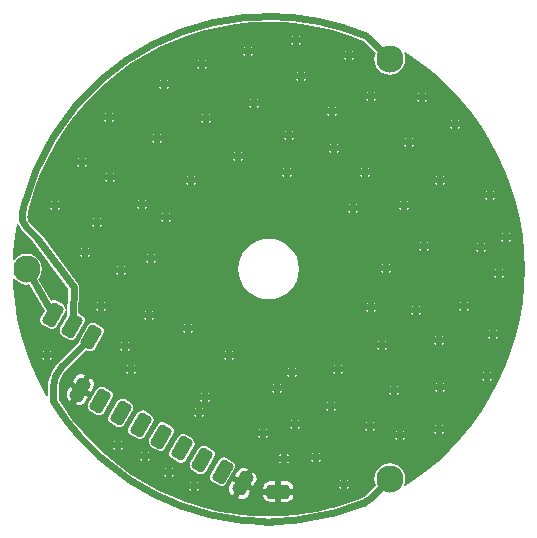
<source format=gbl>
G04*
G04 #@! TF.GenerationSoftware,Altium Limited,Altium Designer,20.1.14 (287)*
G04*
G04 Layer_Physical_Order=2*
G04 Layer_Color=16711680*
%FSLAX25Y25*%
%MOIN*%
G70*
G04*
G04 #@! TF.SameCoordinates,61D55F50-0F31-4996-AA49-5B610C7F314B*
G04*
G04*
G04 #@! TF.FilePolarity,Positive*
G04*
G01*
G75*
%ADD16C,0.02362*%
%ADD18C,0.01800*%
%ADD19C,0.09055*%
G04:AMPARAMS|DCode=20|XSize=47.24mil|YSize=78.74mil|CornerRadius=11.81mil|HoleSize=0mil|Usage=FLASHONLY|Rotation=150.000|XOffset=0mil|YOffset=0mil|HoleType=Round|Shape=RoundedRectangle|*
%AMROUNDEDRECTD20*
21,1,0.04724,0.05512,0,0,150.0*
21,1,0.02362,0.07874,0,0,150.0*
1,1,0.02362,0.00355,0.02977*
1,1,0.02362,0.02401,0.01796*
1,1,0.02362,-0.00355,-0.02977*
1,1,0.02362,-0.02401,-0.01796*
%
%ADD20ROUNDEDRECTD20*%
G04:AMPARAMS|DCode=21|XSize=47.24mil|YSize=78.74mil|CornerRadius=11.81mil|HoleSize=0mil|Usage=FLASHONLY|Rotation=90.000|XOffset=0mil|YOffset=0mil|HoleType=Round|Shape=RoundedRectangle|*
%AMROUNDEDRECTD21*
21,1,0.04724,0.05512,0,0,90.0*
21,1,0.02362,0.07874,0,0,90.0*
1,1,0.02362,0.02756,0.01181*
1,1,0.02362,0.02756,-0.01181*
1,1,0.02362,-0.02756,-0.01181*
1,1,0.02362,-0.02756,0.01181*
%
%ADD21ROUNDEDRECTD21*%
G36*
X219Y82394D02*
X227Y82393D01*
X261Y82392D01*
X261Y82392D01*
X268Y82393D01*
X756Y82396D01*
X1590Y82369D01*
X1966Y82357D01*
X2577Y82337D01*
X5391Y82245D01*
X10758Y81716D01*
X16080Y80837D01*
X21332Y79613D01*
X26493Y78047D01*
X31531Y76151D01*
X35678Y72004D01*
X35359Y71234D01*
X35182Y69896D01*
X35359Y68557D01*
X35875Y67310D01*
X36697Y66239D01*
X37768Y65417D01*
X39016Y64900D01*
X40354Y64724D01*
X41693Y64900D01*
X42940Y65417D01*
X44011Y66239D01*
X44833Y67310D01*
X45350Y68557D01*
X45526Y69896D01*
X45350Y71234D01*
X45088Y71867D01*
X45488Y72207D01*
X47437Y70995D01*
X51979Y67740D01*
X56298Y64196D01*
X60376Y60376D01*
X64196Y56298D01*
X67740Y51979D01*
X70995Y47437D01*
X73945Y42692D01*
X76579Y37765D01*
X78885Y32675D01*
X80853Y27446D01*
X82476Y22099D01*
X83744Y16658D01*
X84654Y11145D01*
X85202Y5584D01*
X85385Y0D01*
X85202Y-5584D01*
X84654Y-11145D01*
X83744Y-16658D01*
X82476Y-22099D01*
X80853Y-27446D01*
X78885Y-32675D01*
X76579Y-37765D01*
X73945Y-42693D01*
X70995Y-47437D01*
X67740Y-51979D01*
X64196Y-56298D01*
X60376Y-60376D01*
X56298Y-64196D01*
X51979Y-67740D01*
X47437Y-70995D01*
X45488Y-72207D01*
X45088Y-71867D01*
X45350Y-71234D01*
X45526Y-69896D01*
X45350Y-68557D01*
X44833Y-67310D01*
X44011Y-66239D01*
X42940Y-65417D01*
X41693Y-64900D01*
X40354Y-64724D01*
X39016Y-64900D01*
X37768Y-65417D01*
X36697Y-66239D01*
X35875Y-67310D01*
X35359Y-68557D01*
X35182Y-69896D01*
X35359Y-71234D01*
X35678Y-72004D01*
X32352Y-75330D01*
X32000Y-75682D01*
X31999Y-75684D01*
X31623Y-75984D01*
X31471Y-76101D01*
X31028Y-76310D01*
Y-76310D01*
X30570Y-76513D01*
X26493Y-78047D01*
X21332Y-79613D01*
X20968Y-79698D01*
X20947Y-79702D01*
X20945Y-79703D01*
X16080Y-80837D01*
X10758Y-81716D01*
X9256Y-81864D01*
X9088Y-81879D01*
X9087Y-81875D01*
X8774Y-81906D01*
X8396Y-81940D01*
X8394Y-81940D01*
X8076Y-81980D01*
X8076Y-81980D01*
X5391Y-82245D01*
X1185Y-82382D01*
X1185Y-82382D01*
Y-82382D01*
X1184Y-82383D01*
X-723Y-82383D01*
X-1221Y-82381D01*
X-1714Y-82365D01*
X-5391Y-82245D01*
X-8601Y-81928D01*
X-9096Y-81880D01*
Y-81880D01*
X-10758Y-81716D01*
X-16080Y-80837D01*
X-21332Y-79613D01*
X-26493Y-78047D01*
X-28660Y-77231D01*
D01*
X-29127Y-77056D01*
X-31541Y-76147D01*
X-36454Y-73921D01*
X-41211Y-71379D01*
X-44689Y-69216D01*
X-45110Y-68954D01*
X-45110Y-68954D01*
X-45791Y-68531D01*
X-50175Y-65389D01*
X-54344Y-61967D01*
X-55008Y-61345D01*
X-55012Y-61340D01*
X-61340Y-55012D01*
X-61345Y-55008D01*
X-61967Y-54344D01*
X-65389Y-50175D01*
X-68531Y-45791D01*
X-69934Y-43534D01*
X-69957Y-43360D01*
X-69951Y-43330D01*
X-69951Y-39528D01*
X-69967Y-39446D01*
X-69818Y-37927D01*
X-69350Y-36387D01*
X-68592Y-34968D01*
X-67624Y-33788D01*
X-67554Y-33741D01*
X-60771Y-26958D01*
X-60315Y-27221D01*
X-59644Y-27449D01*
X-58937Y-27402D01*
X-58302Y-27089D01*
X-57835Y-26556D01*
X-55079Y-21783D01*
X-54851Y-21112D01*
X-54897Y-20405D01*
X-55211Y-19769D01*
X-55743Y-19302D01*
X-57789Y-18121D01*
X-58460Y-17893D01*
X-59167Y-17940D01*
X-59803Y-18253D01*
X-60270Y-18786D01*
X-63026Y-23559D01*
X-63253Y-24230D01*
X-63249Y-24300D01*
X-70122Y-31173D01*
X-70123Y-31172D01*
X-71327Y-32582D01*
X-72296Y-34163D01*
X-73006Y-35876D01*
X-73439Y-37679D01*
X-73584Y-39528D01*
X-73584D01*
X-73583Y-40028D01*
X-73583Y-42310D01*
X-74083Y-42435D01*
X-76579Y-37765D01*
X-78885Y-32675D01*
X-80853Y-27446D01*
X-82476Y-22099D01*
X-83744Y-16658D01*
X-84654Y-11145D01*
X-85202Y-5584D01*
X-85277Y-3291D01*
X-84783Y-3114D01*
X-84366Y-3657D01*
X-83295Y-4479D01*
X-82047Y-4996D01*
X-80709Y-5172D01*
X-79872Y-5062D01*
X-74683Y-14010D01*
X-75875Y-16074D01*
X-76103Y-16745D01*
X-76056Y-17452D01*
X-75743Y-18088D01*
X-75210Y-18555D01*
X-73164Y-19736D01*
X-72493Y-19964D01*
X-71786Y-19918D01*
X-71151Y-19604D01*
X-70684Y-19072D01*
X-67928Y-14298D01*
X-67700Y-13627D01*
X-67746Y-12920D01*
X-68060Y-12285D01*
X-68592Y-11817D01*
X-70638Y-10636D01*
X-71309Y-10409D01*
X-72016Y-10455D01*
X-72428Y-10658D01*
X-76731Y-3239D01*
X-76230Y-2586D01*
X-75713Y-1339D01*
X-75537Y0D01*
X-75713Y1339D01*
X-76230Y2586D01*
X-77052Y3657D01*
X-78123Y4479D01*
X-79370Y4996D01*
X-80709Y5172D01*
X-82047Y4996D01*
X-83295Y4479D01*
X-84366Y3657D01*
X-84783Y3114D01*
X-85277Y3291D01*
X-85202Y5584D01*
X-84654Y11145D01*
X-84029Y14934D01*
X-83525Y14916D01*
X-82967Y13873D01*
X-82490Y13292D01*
X-82204Y12939D01*
X-82179Y12902D01*
X-82123Y12844D01*
X-82122Y12845D01*
X-81834Y12557D01*
X-78450Y9173D01*
X-66782Y-6553D01*
Y-7580D01*
X-66785Y-7646D01*
X-66785Y-7646D01*
X-66785Y-7646D01*
X-67155Y-15818D01*
X-69451Y-19794D01*
X-69678Y-20465D01*
X-69632Y-21172D01*
X-69319Y-21807D01*
X-68786Y-22274D01*
X-66740Y-23455D01*
X-66069Y-23683D01*
X-65362Y-23637D01*
X-64727Y-23324D01*
X-64260Y-22791D01*
X-61504Y-18017D01*
X-61276Y-17346D01*
X-61322Y-16639D01*
X-61636Y-16004D01*
X-62168Y-15537D01*
X-63473Y-14784D01*
X-63157Y-7811D01*
X-63152Y-7704D01*
X-63158Y-7662D01*
X-63150Y-7622D01*
Y-5953D01*
X-63194Y-5735D01*
X-63205Y-5512D01*
X-63262Y-5390D01*
X-63288Y-5258D01*
X-63412Y-5073D01*
X-63508Y-4871D01*
X-75613Y11445D01*
X-75713Y11535D01*
X-75788Y11647D01*
X-79248Y15107D01*
X-79554Y15413D01*
X-79602Y15458D01*
X-79611Y15471D01*
X-79626Y15481D01*
X-80059Y16046D01*
X-80351Y16750D01*
X-80450Y17505D01*
X-80430Y17664D01*
X-80356Y18146D01*
X-80244Y18626D01*
X-79752Y20734D01*
X-79613Y21332D01*
X-78047Y26493D01*
X-76147Y31541D01*
X-73921Y36454D01*
X-71379Y41211D01*
X-70303Y42940D01*
X-68531Y45791D01*
X-65389Y50175D01*
X-61967Y54344D01*
X-58280Y58280D01*
X-54472Y61848D01*
X-54347Y61931D01*
X-54298Y62006D01*
X-50175Y65389D01*
X-45791Y68531D01*
X-41211Y71379D01*
X-37687Y73262D01*
X-36454Y73921D01*
X-31541Y76147D01*
X-26493Y78047D01*
X-21332Y79613D01*
X-16080Y80837D01*
X-10758Y81716D01*
X-5391Y82245D01*
X-244Y82413D01*
X219Y82394D01*
D02*
G37*
%LPC*%
G36*
X10233Y77895D02*
Y77278D01*
X10850D01*
X10603Y77648D01*
X10233Y77895D01*
D02*
G37*
G36*
X8233D02*
X7863Y77648D01*
X7616Y77278D01*
X8233D01*
Y77895D01*
D02*
G37*
G36*
X10850Y75278D02*
X10233D01*
Y74661D01*
X10603Y74908D01*
X10850Y75278D01*
D02*
G37*
G36*
X8233D02*
X7616D01*
X7863Y74908D01*
X8233Y74661D01*
Y75278D01*
D02*
G37*
G36*
X-5767Y74395D02*
Y73778D01*
X-5150D01*
X-5397Y74147D01*
X-5767Y74395D01*
D02*
G37*
G36*
X-7767D02*
X-8137Y74147D01*
X-8384Y73778D01*
X-7767D01*
Y74395D01*
D02*
G37*
G36*
X27733Y72895D02*
Y72278D01*
X28350D01*
X28103Y72648D01*
X27733Y72895D01*
D02*
G37*
G36*
X25733D02*
X25363Y72648D01*
X25116Y72278D01*
X25733D01*
Y72895D01*
D02*
G37*
G36*
X-5150Y71778D02*
X-5767D01*
Y71161D01*
X-5397Y71408D01*
X-5150Y71778D01*
D02*
G37*
G36*
X-7767D02*
X-8384D01*
X-8137Y71408D01*
X-7767Y71161D01*
Y71778D01*
D02*
G37*
G36*
X28350Y70278D02*
X27733D01*
Y69661D01*
X28103Y69908D01*
X28350Y70278D01*
D02*
G37*
G36*
X25733D02*
X25116D01*
X25363Y69908D01*
X25733Y69661D01*
Y70278D01*
D02*
G37*
G36*
X-21267Y69895D02*
Y69278D01*
X-20650D01*
X-20897Y69648D01*
X-21267Y69895D01*
D02*
G37*
G36*
X-23267D02*
X-23637Y69648D01*
X-23884Y69278D01*
X-23267D01*
Y69895D01*
D02*
G37*
G36*
X-20650Y67278D02*
X-21267D01*
Y66661D01*
X-20897Y66908D01*
X-20650Y67278D01*
D02*
G37*
G36*
X-23267D02*
X-23884D01*
X-23637Y66908D01*
X-23267Y66661D01*
Y67278D01*
D02*
G37*
G36*
X11733Y65895D02*
Y65278D01*
X12350D01*
X12103Y65648D01*
X11733Y65895D01*
D02*
G37*
G36*
X9733D02*
X9363Y65648D01*
X9116Y65278D01*
X9733D01*
Y65895D01*
D02*
G37*
G36*
X-33767Y63395D02*
Y62778D01*
X-33150D01*
X-33397Y63147D01*
X-33767Y63395D01*
D02*
G37*
G36*
X-35767D02*
X-36137Y63147D01*
X-36384Y62778D01*
X-35767D01*
Y63395D01*
D02*
G37*
G36*
X12350Y63278D02*
X11733D01*
Y62661D01*
X12103Y62908D01*
X12350Y63278D01*
D02*
G37*
G36*
X9733D02*
X9116D01*
X9363Y62908D01*
X9733Y62661D01*
Y63278D01*
D02*
G37*
G36*
X-33150Y60778D02*
X-33767D01*
Y60161D01*
X-33397Y60408D01*
X-33150Y60778D01*
D02*
G37*
G36*
X-35767D02*
X-36384D01*
X-36137Y60408D01*
X-35767Y60161D01*
Y60778D01*
D02*
G37*
G36*
X35233Y59395D02*
Y58778D01*
X35850D01*
X35603Y59148D01*
X35233Y59395D01*
D02*
G37*
G36*
X33233D02*
X32863Y59148D01*
X32616Y58778D01*
X33233D01*
Y59395D01*
D02*
G37*
G36*
X52233Y58895D02*
Y58278D01*
X52850D01*
X52603Y58648D01*
X52233Y58895D01*
D02*
G37*
G36*
X50233D02*
X49863Y58648D01*
X49616Y58278D01*
X50233D01*
Y58895D01*
D02*
G37*
G36*
X-3767Y56895D02*
Y56278D01*
X-3150D01*
X-3397Y56647D01*
X-3767Y56895D01*
D02*
G37*
G36*
X-5767D02*
X-6137Y56647D01*
X-6384Y56278D01*
X-5767D01*
Y56895D01*
D02*
G37*
G36*
X35850Y56778D02*
X35233D01*
Y56161D01*
X35603Y56408D01*
X35850Y56778D01*
D02*
G37*
G36*
X33233D02*
X32616D01*
X32863Y56408D01*
X33233Y56161D01*
Y56778D01*
D02*
G37*
G36*
X52850Y56278D02*
X52233D01*
Y55661D01*
X52603Y55908D01*
X52850Y56278D01*
D02*
G37*
G36*
X50233D02*
X49616D01*
X49863Y55908D01*
X50233Y55661D01*
Y56278D01*
D02*
G37*
G36*
X22233Y54395D02*
Y53778D01*
X22850D01*
X22603Y54147D01*
X22233Y54395D01*
D02*
G37*
G36*
X20233D02*
X19863Y54147D01*
X19616Y53778D01*
X20233D01*
Y54395D01*
D02*
G37*
G36*
X-3150Y54278D02*
X-3767D01*
Y53661D01*
X-3397Y53908D01*
X-3150Y54278D01*
D02*
G37*
G36*
X-5767D02*
X-6384D01*
X-6137Y53908D01*
X-5767Y53661D01*
Y54278D01*
D02*
G37*
G36*
X-52267Y52395D02*
Y51778D01*
X-51650D01*
X-51897Y52148D01*
X-52267Y52395D01*
D02*
G37*
G36*
X-54267D02*
X-54637Y52148D01*
X-54884Y51778D01*
X-54267D01*
Y52395D01*
D02*
G37*
G36*
X-19767Y51895D02*
Y51278D01*
X-19150D01*
X-19397Y51648D01*
X-19767Y51895D01*
D02*
G37*
G36*
X-21767D02*
X-22137Y51648D01*
X-22384Y51278D01*
X-21767D01*
Y51895D01*
D02*
G37*
G36*
X22850Y51778D02*
X22233D01*
Y51161D01*
X22603Y51408D01*
X22850Y51778D01*
D02*
G37*
G36*
X20233D02*
X19616D01*
X19863Y51408D01*
X20233Y51161D01*
Y51778D01*
D02*
G37*
G36*
X63233Y49895D02*
Y49278D01*
X63850D01*
X63603Y49648D01*
X63233Y49895D01*
D02*
G37*
G36*
X61233D02*
X60863Y49648D01*
X60616Y49278D01*
X61233D01*
Y49895D01*
D02*
G37*
G36*
X-51650Y49778D02*
X-52267D01*
Y49161D01*
X-51897Y49408D01*
X-51650Y49778D01*
D02*
G37*
G36*
X-54267D02*
X-54884D01*
X-54637Y49408D01*
X-54267Y49161D01*
Y49778D01*
D02*
G37*
G36*
X-19150Y49278D02*
X-19767D01*
Y48661D01*
X-19397Y48908D01*
X-19150Y49278D01*
D02*
G37*
G36*
X-21767D02*
X-22384D01*
X-22137Y48908D01*
X-21767Y48661D01*
Y49278D01*
D02*
G37*
G36*
X63850Y47278D02*
X63233D01*
Y46661D01*
X63603Y46908D01*
X63850Y47278D01*
D02*
G37*
G36*
X61233D02*
X60616D01*
X60863Y46908D01*
X61233Y46661D01*
Y47278D01*
D02*
G37*
G36*
X7733Y46395D02*
Y45778D01*
X8350D01*
X8103Y46148D01*
X7733Y46395D01*
D02*
G37*
G36*
X5733D02*
X5363Y46148D01*
X5116Y45778D01*
X5733D01*
Y46395D01*
D02*
G37*
G36*
X-36267Y45395D02*
Y44778D01*
X-35650D01*
X-35897Y45147D01*
X-36267Y45395D01*
D02*
G37*
G36*
X-38267D02*
X-38637Y45147D01*
X-38884Y44778D01*
X-38267D01*
Y45395D01*
D02*
G37*
G36*
X47733Y43895D02*
Y43278D01*
X48350D01*
X48103Y43648D01*
X47733Y43895D01*
D02*
G37*
G36*
X45733D02*
X45363Y43648D01*
X45116Y43278D01*
X45733D01*
Y43895D01*
D02*
G37*
G36*
X8350Y43778D02*
X7733D01*
Y43161D01*
X8103Y43408D01*
X8350Y43778D01*
D02*
G37*
G36*
X5733D02*
X5116D01*
X5363Y43408D01*
X5733Y43161D01*
Y43778D01*
D02*
G37*
G36*
X-35650Y42778D02*
X-36267D01*
Y42161D01*
X-35897Y42408D01*
X-35650Y42778D01*
D02*
G37*
G36*
X-38267D02*
X-38884D01*
X-38637Y42408D01*
X-38267Y42161D01*
Y42778D01*
D02*
G37*
G36*
X22733Y41895D02*
Y41278D01*
X23350D01*
X23103Y41647D01*
X22733Y41895D01*
D02*
G37*
G36*
X20733D02*
X20363Y41647D01*
X20116Y41278D01*
X20733D01*
Y41895D01*
D02*
G37*
G36*
X48350Y41278D02*
X47733D01*
Y40661D01*
X48103Y40908D01*
X48350Y41278D01*
D02*
G37*
G36*
X45733D02*
X45116D01*
X45363Y40908D01*
X45733Y40661D01*
Y41278D01*
D02*
G37*
G36*
X-9267Y39395D02*
Y38778D01*
X-8650D01*
X-8897Y39147D01*
X-9267Y39395D01*
D02*
G37*
G36*
X-11267D02*
X-11637Y39147D01*
X-11884Y38778D01*
X-11267D01*
Y39395D01*
D02*
G37*
G36*
X23350Y39278D02*
X22733D01*
Y38661D01*
X23103Y38908D01*
X23350Y39278D01*
D02*
G37*
G36*
X20733D02*
X20116D01*
X20363Y38908D01*
X20733Y38661D01*
Y39278D01*
D02*
G37*
G36*
X-61267Y37395D02*
Y36778D01*
X-60650D01*
X-60897Y37148D01*
X-61267Y37395D01*
D02*
G37*
G36*
X-63267D02*
X-63637Y37148D01*
X-63884Y36778D01*
X-63267D01*
Y37395D01*
D02*
G37*
G36*
X-8650Y36778D02*
X-9267D01*
Y36161D01*
X-8897Y36408D01*
X-8650Y36778D01*
D02*
G37*
G36*
X-11267D02*
X-11884D01*
X-11637Y36408D01*
X-11267Y36161D01*
Y36778D01*
D02*
G37*
G36*
X-60650Y34778D02*
X-61267D01*
Y34161D01*
X-60897Y34408D01*
X-60650Y34778D01*
D02*
G37*
G36*
X-63267D02*
X-63884D01*
X-63637Y34408D01*
X-63267Y34161D01*
Y34778D01*
D02*
G37*
G36*
X33233Y33895D02*
Y33278D01*
X33850D01*
X33603Y33648D01*
X33233Y33895D01*
D02*
G37*
G36*
X31233D02*
X30863Y33648D01*
X30616Y33278D01*
X31233D01*
Y33895D01*
D02*
G37*
G36*
X7233D02*
Y33278D01*
X7850D01*
X7603Y33648D01*
X7233Y33895D01*
D02*
G37*
G36*
X5233D02*
X4863Y33648D01*
X4616Y33278D01*
X5233D01*
Y33895D01*
D02*
G37*
G36*
X-51767Y32395D02*
Y31778D01*
X-51150D01*
X-51397Y32147D01*
X-51767Y32395D01*
D02*
G37*
G36*
X-53767D02*
X-54137Y32147D01*
X-54384Y31778D01*
X-53767D01*
Y32395D01*
D02*
G37*
G36*
X58233Y31395D02*
Y30778D01*
X58850D01*
X58603Y31148D01*
X58233Y31395D01*
D02*
G37*
G36*
X56233D02*
X55863Y31148D01*
X55616Y30778D01*
X56233D01*
Y31395D01*
D02*
G37*
G36*
X-24767D02*
Y30778D01*
X-24150D01*
X-24397Y31148D01*
X-24767Y31395D01*
D02*
G37*
G36*
X-26767D02*
X-27137Y31148D01*
X-27384Y30778D01*
X-26767D01*
Y31395D01*
D02*
G37*
G36*
X33850Y31278D02*
X33233D01*
Y30661D01*
X33603Y30908D01*
X33850Y31278D01*
D02*
G37*
G36*
X31233D02*
X30616D01*
X30863Y30908D01*
X31233Y30661D01*
Y31278D01*
D02*
G37*
G36*
X7850D02*
X7233D01*
Y30661D01*
X7603Y30908D01*
X7850Y31278D01*
D02*
G37*
G36*
X5233D02*
X4616D01*
X4863Y30908D01*
X5233Y30661D01*
Y31278D01*
D02*
G37*
G36*
X-51150Y29778D02*
X-51767D01*
Y29161D01*
X-51397Y29408D01*
X-51150Y29778D01*
D02*
G37*
G36*
X-53767D02*
X-54384D01*
X-54137Y29408D01*
X-53767Y29161D01*
Y29778D01*
D02*
G37*
G36*
X58850Y28778D02*
X58233D01*
Y28161D01*
X58603Y28408D01*
X58850Y28778D01*
D02*
G37*
G36*
X56233D02*
X55616D01*
X55863Y28408D01*
X56233Y28161D01*
Y28778D01*
D02*
G37*
G36*
X-24150D02*
X-24767D01*
Y28161D01*
X-24397Y28408D01*
X-24150Y28778D01*
D02*
G37*
G36*
X-26767D02*
X-27384D01*
X-27137Y28408D01*
X-26767Y28161D01*
Y28778D01*
D02*
G37*
G36*
X74733Y26395D02*
Y25778D01*
X75350D01*
X75103Y26147D01*
X74733Y26395D01*
D02*
G37*
G36*
X72733D02*
X72363Y26147D01*
X72116Y25778D01*
X72733D01*
Y26395D01*
D02*
G37*
G36*
X75350Y23778D02*
X74733D01*
Y23161D01*
X75103Y23408D01*
X75350Y23778D01*
D02*
G37*
G36*
X72733D02*
X72116D01*
X72363Y23408D01*
X72733Y23161D01*
Y23778D01*
D02*
G37*
G36*
X-41267Y23395D02*
Y22778D01*
X-40650D01*
X-40897Y23147D01*
X-41267Y23395D01*
D02*
G37*
G36*
X-43267D02*
X-43637Y23147D01*
X-43884Y22778D01*
X-43267D01*
Y23395D01*
D02*
G37*
G36*
X46233Y22895D02*
Y22278D01*
X46850D01*
X46603Y22648D01*
X46233Y22895D01*
D02*
G37*
G36*
X44233D02*
X43863Y22648D01*
X43616Y22278D01*
X44233D01*
Y22895D01*
D02*
G37*
G36*
X-70267D02*
Y22278D01*
X-69650D01*
X-69897Y22648D01*
X-70267Y22895D01*
D02*
G37*
G36*
X-72267D02*
X-72637Y22648D01*
X-72884Y22278D01*
X-72267D01*
Y22895D01*
D02*
G37*
G36*
X29233Y21895D02*
Y21278D01*
X29850D01*
X29603Y21647D01*
X29233Y21895D01*
D02*
G37*
G36*
X27233D02*
X26863Y21647D01*
X26616Y21278D01*
X27233D01*
Y21895D01*
D02*
G37*
G36*
X-40650Y20778D02*
X-41267D01*
Y20161D01*
X-40897Y20408D01*
X-40650Y20778D01*
D02*
G37*
G36*
X-43267D02*
X-43884D01*
X-43637Y20408D01*
X-43267Y20161D01*
Y20778D01*
D02*
G37*
G36*
X-69650Y20278D02*
X-70267D01*
Y19661D01*
X-69897Y19908D01*
X-69650Y20278D01*
D02*
G37*
G36*
X-72267D02*
X-72884D01*
X-72637Y19908D01*
X-72267Y19661D01*
Y20278D01*
D02*
G37*
G36*
X46850D02*
X46233D01*
Y19661D01*
X46603Y19908D01*
X46850Y20278D01*
D02*
G37*
G36*
X44233D02*
X43616D01*
X43863Y19908D01*
X44233Y19661D01*
Y20278D01*
D02*
G37*
G36*
X29850Y19278D02*
X29233D01*
Y18661D01*
X29603Y18908D01*
X29850Y19278D01*
D02*
G37*
G36*
X27233D02*
X26616D01*
X26863Y18908D01*
X27233Y18661D01*
Y19278D01*
D02*
G37*
G36*
X-33267Y18895D02*
Y18278D01*
X-32650D01*
X-32897Y18647D01*
X-33267Y18895D01*
D02*
G37*
G36*
X-35267D02*
X-35637Y18647D01*
X-35884Y18278D01*
X-35267D01*
Y18895D01*
D02*
G37*
G36*
X-56267Y17395D02*
Y16778D01*
X-55650D01*
X-55897Y17147D01*
X-56267Y17395D01*
D02*
G37*
G36*
X-58267D02*
X-58637Y17147D01*
X-58884Y16778D01*
X-58267D01*
Y17395D01*
D02*
G37*
G36*
X-32650Y16278D02*
X-33267D01*
Y15661D01*
X-32897Y15908D01*
X-32650Y16278D01*
D02*
G37*
G36*
X-35267D02*
X-35884D01*
X-35637Y15908D01*
X-35267Y15661D01*
Y16278D01*
D02*
G37*
G36*
X-55650Y14778D02*
X-56267D01*
Y14161D01*
X-55897Y14408D01*
X-55650Y14778D01*
D02*
G37*
G36*
X-58267D02*
X-58884D01*
X-58637Y14408D01*
X-58267Y14161D01*
Y14778D01*
D02*
G37*
G36*
X80233Y12395D02*
Y11778D01*
X80850D01*
X80603Y12148D01*
X80233Y12395D01*
D02*
G37*
G36*
X78233D02*
X77863Y12148D01*
X77616Y11778D01*
X78233D01*
Y12395D01*
D02*
G37*
G36*
X80850Y9778D02*
X80233D01*
Y9161D01*
X80603Y9408D01*
X80850Y9778D01*
D02*
G37*
G36*
X78233D02*
X77616D01*
X77863Y9408D01*
X78233Y9161D01*
Y9778D01*
D02*
G37*
G36*
X52733Y9395D02*
Y8778D01*
X53350D01*
X53103Y9148D01*
X52733Y9395D01*
D02*
G37*
G36*
X50733D02*
X50363Y9148D01*
X50116Y8778D01*
X50733D01*
Y9395D01*
D02*
G37*
G36*
X71733Y8895D02*
Y8278D01*
X72350D01*
X72103Y8647D01*
X71733Y8895D01*
D02*
G37*
G36*
X69733D02*
X69363Y8647D01*
X69116Y8278D01*
X69733D01*
Y8895D01*
D02*
G37*
G36*
X-60267Y7395D02*
Y6778D01*
X-59650D01*
X-59897Y7147D01*
X-60267Y7395D01*
D02*
G37*
G36*
X-62267D02*
X-62637Y7147D01*
X-62884Y6778D01*
X-62267D01*
Y7395D01*
D02*
G37*
G36*
X53350Y6778D02*
X52733D01*
Y6161D01*
X53103Y6408D01*
X53350Y6778D01*
D02*
G37*
G36*
X50733D02*
X50116D01*
X50363Y6408D01*
X50733Y6161D01*
Y6778D01*
D02*
G37*
G36*
X72350Y6278D02*
X71733D01*
Y5661D01*
X72103Y5908D01*
X72350Y6278D01*
D02*
G37*
G36*
X69733D02*
X69116D01*
X69363Y5908D01*
X69733Y5661D01*
Y6278D01*
D02*
G37*
G36*
X-38267Y5395D02*
Y4778D01*
X-37650D01*
X-37897Y5147D01*
X-38267Y5395D01*
D02*
G37*
G36*
X-40267D02*
X-40637Y5147D01*
X-40884Y4778D01*
X-40267D01*
Y5395D01*
D02*
G37*
G36*
X-59650Y4778D02*
X-60267D01*
Y4161D01*
X-59897Y4408D01*
X-59650Y4778D01*
D02*
G37*
G36*
X-62267D02*
X-62884D01*
X-62637Y4408D01*
X-62267Y4161D01*
Y4778D01*
D02*
G37*
G36*
X-37650Y2778D02*
X-38267D01*
Y2161D01*
X-37897Y2408D01*
X-37650Y2778D01*
D02*
G37*
G36*
X-40267D02*
X-40884D01*
X-40637Y2408D01*
X-40267Y2161D01*
Y2778D01*
D02*
G37*
G36*
X40233Y1895D02*
Y1278D01*
X40850D01*
X40603Y1647D01*
X40233Y1895D01*
D02*
G37*
G36*
X38233D02*
X37863Y1647D01*
X37616Y1278D01*
X38233D01*
Y1895D01*
D02*
G37*
G36*
X-48267Y1395D02*
Y778D01*
X-47650D01*
X-47897Y1147D01*
X-48267Y1395D01*
D02*
G37*
G36*
X-50267D02*
X-50637Y1147D01*
X-50884Y778D01*
X-50267D01*
Y1395D01*
D02*
G37*
G36*
X77733Y395D02*
Y-222D01*
X78350D01*
X78103Y148D01*
X77733Y395D01*
D02*
G37*
G36*
X75733D02*
X75363Y148D01*
X75116Y-222D01*
X75733D01*
Y395D01*
D02*
G37*
G36*
X40850Y-722D02*
X40233D01*
Y-1339D01*
X40603Y-1092D01*
X40850Y-722D01*
D02*
G37*
G36*
X38233D02*
X37616D01*
X37863Y-1092D01*
X38233Y-1339D01*
Y-722D01*
D02*
G37*
G36*
X-47650Y-1222D02*
X-48267D01*
Y-1839D01*
X-47897Y-1592D01*
X-47650Y-1222D01*
D02*
G37*
G36*
X-50267D02*
X-50884D01*
X-50637Y-1592D01*
X-50267Y-1839D01*
Y-1222D01*
D02*
G37*
G36*
X78350Y-2222D02*
X77733D01*
Y-2839D01*
X78103Y-2592D01*
X78350Y-2222D01*
D02*
G37*
G36*
X75733D02*
X75116D01*
X75363Y-2592D01*
X75733Y-2839D01*
Y-2222D01*
D02*
G37*
G36*
X0Y10132D02*
X-1977Y9937D01*
X-3877Y9361D01*
X-5629Y8424D01*
X-7164Y7164D01*
X-8424Y5629D01*
X-9361Y3877D01*
X-9937Y1977D01*
X-10132Y0D01*
X-9937Y-1977D01*
X-9361Y-3877D01*
X-8424Y-5629D01*
X-7164Y-7164D01*
X-5629Y-8424D01*
X-3877Y-9361D01*
X-1977Y-9937D01*
X0Y-10132D01*
X1977Y-9937D01*
X3877Y-9361D01*
X5629Y-8424D01*
X7164Y-7164D01*
X8424Y-5629D01*
X9361Y-3877D01*
X9937Y-1977D01*
X10132Y0D01*
X9937Y1977D01*
X9361Y3877D01*
X8424Y5629D01*
X7164Y7164D01*
X5629Y8424D01*
X3877Y9361D01*
X1977Y9937D01*
X0Y10132D01*
D02*
G37*
G36*
X66233Y-10605D02*
Y-11222D01*
X66850D01*
X66603Y-10853D01*
X66233Y-10605D01*
D02*
G37*
G36*
X64233D02*
X63863Y-10853D01*
X63616Y-11222D01*
X64233D01*
Y-10605D01*
D02*
G37*
G36*
X-54767D02*
Y-11222D01*
X-54150D01*
X-54397Y-10853D01*
X-54767Y-10605D01*
D02*
G37*
G36*
X-56767D02*
X-57137Y-10853D01*
X-57384Y-11222D01*
X-56767D01*
Y-10605D01*
D02*
G37*
G36*
X35233Y-11105D02*
Y-11722D01*
X35850D01*
X35603Y-11353D01*
X35233Y-11105D01*
D02*
G37*
G36*
X33233D02*
X32863Y-11353D01*
X32616Y-11722D01*
X33233D01*
Y-11105D01*
D02*
G37*
G36*
X50233Y-12105D02*
Y-12722D01*
X50850D01*
X50603Y-12353D01*
X50233Y-12105D01*
D02*
G37*
G36*
X48233D02*
X47863Y-12353D01*
X47616Y-12722D01*
X48233D01*
Y-12105D01*
D02*
G37*
G36*
X66850Y-13222D02*
X66233D01*
Y-13839D01*
X66603Y-13592D01*
X66850Y-13222D01*
D02*
G37*
G36*
X64233D02*
X63616D01*
X63863Y-13592D01*
X64233Y-13839D01*
Y-13222D01*
D02*
G37*
G36*
X-54150D02*
X-54767D01*
Y-13839D01*
X-54397Y-13592D01*
X-54150Y-13222D01*
D02*
G37*
G36*
X-56767D02*
X-57384D01*
X-57137Y-13592D01*
X-56767Y-13839D01*
Y-13222D01*
D02*
G37*
G36*
X-38767Y-13605D02*
Y-14222D01*
X-38150D01*
X-38397Y-13852D01*
X-38767Y-13605D01*
D02*
G37*
G36*
X-40767D02*
X-41137Y-13852D01*
X-41384Y-14222D01*
X-40767D01*
Y-13605D01*
D02*
G37*
G36*
X35850Y-13722D02*
X35233D01*
Y-14339D01*
X35603Y-14092D01*
X35850Y-13722D01*
D02*
G37*
G36*
X33233D02*
X32616D01*
X32863Y-14092D01*
X33233Y-14339D01*
Y-13722D01*
D02*
G37*
G36*
X50850Y-14722D02*
X50233D01*
Y-15339D01*
X50603Y-15092D01*
X50850Y-14722D01*
D02*
G37*
G36*
X48233D02*
X47616D01*
X47863Y-15092D01*
X48233Y-15339D01*
Y-14722D01*
D02*
G37*
G36*
X-38150Y-16222D02*
X-38767D01*
Y-16839D01*
X-38397Y-16592D01*
X-38150Y-16222D01*
D02*
G37*
G36*
X-40767D02*
X-41384D01*
X-41137Y-16592D01*
X-40767Y-16839D01*
Y-16222D01*
D02*
G37*
G36*
X-25767Y-18105D02*
Y-18722D01*
X-25150D01*
X-25397Y-18352D01*
X-25767Y-18105D01*
D02*
G37*
G36*
X-27767D02*
X-28137Y-18352D01*
X-28384Y-18722D01*
X-27767D01*
Y-18105D01*
D02*
G37*
G36*
X75733Y-20105D02*
Y-20722D01*
X76350D01*
X76103Y-20353D01*
X75733Y-20105D01*
D02*
G37*
G36*
X73733D02*
X73363Y-20353D01*
X73116Y-20722D01*
X73733D01*
Y-20105D01*
D02*
G37*
G36*
X-25150Y-20722D02*
X-25767D01*
Y-21339D01*
X-25397Y-21092D01*
X-25150Y-20722D01*
D02*
G37*
G36*
X-27767D02*
X-28384D01*
X-28137Y-21092D01*
X-27767Y-21339D01*
Y-20722D01*
D02*
G37*
G36*
X57733Y-22105D02*
Y-22722D01*
X58350D01*
X58103Y-22353D01*
X57733Y-22105D01*
D02*
G37*
G36*
X55733D02*
X55363Y-22353D01*
X55116Y-22722D01*
X55733D01*
Y-22105D01*
D02*
G37*
G36*
X76350Y-22722D02*
X75733D01*
Y-23339D01*
X76103Y-23092D01*
X76350Y-22722D01*
D02*
G37*
G36*
X73733D02*
X73116D01*
X73363Y-23092D01*
X73733Y-23339D01*
Y-22722D01*
D02*
G37*
G36*
X38733Y-23605D02*
Y-24222D01*
X39350D01*
X39103Y-23853D01*
X38733Y-23605D01*
D02*
G37*
G36*
X36733D02*
X36363Y-23853D01*
X36116Y-24222D01*
X36733D01*
Y-23605D01*
D02*
G37*
G36*
X-46767Y-24105D02*
Y-24722D01*
X-46150D01*
X-46397Y-24352D01*
X-46767Y-24105D01*
D02*
G37*
G36*
X-48767D02*
X-49137Y-24352D01*
X-49384Y-24722D01*
X-48767D01*
Y-24105D01*
D02*
G37*
G36*
X58350Y-24722D02*
X57733D01*
Y-25339D01*
X58103Y-25092D01*
X58350Y-24722D01*
D02*
G37*
G36*
X55733D02*
X55116D01*
X55363Y-25092D01*
X55733Y-25339D01*
Y-24722D01*
D02*
G37*
G36*
X39350Y-26222D02*
X38733D01*
Y-26839D01*
X39103Y-26592D01*
X39350Y-26222D01*
D02*
G37*
G36*
X36733D02*
X36116D01*
X36363Y-26592D01*
X36733Y-26839D01*
Y-26222D01*
D02*
G37*
G36*
X-46150Y-26722D02*
X-46767D01*
Y-27339D01*
X-46397Y-27092D01*
X-46150Y-26722D01*
D02*
G37*
G36*
X-48767D02*
X-49384D01*
X-49137Y-27092D01*
X-48767Y-27339D01*
Y-26722D01*
D02*
G37*
G36*
X-12267Y-27105D02*
Y-27722D01*
X-11650D01*
X-11897Y-27352D01*
X-12267Y-27105D01*
D02*
G37*
G36*
X-14267D02*
X-14637Y-27352D01*
X-14884Y-27722D01*
X-14267D01*
Y-27105D01*
D02*
G37*
G36*
X-72767D02*
Y-27722D01*
X-72150D01*
X-72397Y-27352D01*
X-72767Y-27105D01*
D02*
G37*
G36*
X-74767D02*
X-75137Y-27352D01*
X-75384Y-27722D01*
X-74767D01*
Y-27105D01*
D02*
G37*
G36*
X-11650Y-29722D02*
X-12267D01*
Y-30339D01*
X-11897Y-30092D01*
X-11650Y-29722D01*
D02*
G37*
G36*
X-14267D02*
X-14884D01*
X-14637Y-30092D01*
X-14267Y-30339D01*
Y-29722D01*
D02*
G37*
G36*
X-72150D02*
X-72767D01*
Y-30339D01*
X-72397Y-30092D01*
X-72150Y-29722D01*
D02*
G37*
G36*
X-74767D02*
X-75384D01*
X-75137Y-30092D01*
X-74767Y-30339D01*
Y-29722D01*
D02*
G37*
G36*
X24233Y-31605D02*
Y-32222D01*
X24850D01*
X24603Y-31852D01*
X24233Y-31605D01*
D02*
G37*
G36*
X22233D02*
X21863Y-31852D01*
X21616Y-32222D01*
X22233D01*
Y-31605D01*
D02*
G37*
G36*
X-44767D02*
Y-32222D01*
X-44150D01*
X-44397Y-31852D01*
X-44767Y-31605D01*
D02*
G37*
G36*
X-46767D02*
X-47137Y-31852D01*
X-47384Y-32222D01*
X-46767D01*
Y-31605D01*
D02*
G37*
G36*
X8733Y-32605D02*
Y-33222D01*
X9350D01*
X9103Y-32853D01*
X8733Y-32605D01*
D02*
G37*
G36*
X6733D02*
X6363Y-32853D01*
X6116Y-33222D01*
X6733D01*
Y-32605D01*
D02*
G37*
G36*
X73733Y-34105D02*
Y-34722D01*
X74350D01*
X74103Y-34352D01*
X73733Y-34105D01*
D02*
G37*
G36*
X71733D02*
X71363Y-34352D01*
X71116Y-34722D01*
X71733D01*
Y-34105D01*
D02*
G37*
G36*
X24850Y-34222D02*
X24233D01*
Y-34839D01*
X24603Y-34592D01*
X24850Y-34222D01*
D02*
G37*
G36*
X22233D02*
X21616D01*
X21863Y-34592D01*
X22233Y-34839D01*
Y-34222D01*
D02*
G37*
G36*
X-44150D02*
X-44767D01*
Y-34839D01*
X-44397Y-34592D01*
X-44150Y-34222D01*
D02*
G37*
G36*
X-46767D02*
X-47384D01*
X-47137Y-34592D01*
X-46767Y-34839D01*
Y-34222D01*
D02*
G37*
G36*
X9350Y-35222D02*
X8733D01*
Y-35839D01*
X9103Y-35592D01*
X9350Y-35222D01*
D02*
G37*
G36*
X6733D02*
X6116D01*
X6363Y-35592D01*
X6733Y-35839D01*
Y-35222D01*
D02*
G37*
G36*
X74350Y-36722D02*
X73733D01*
Y-37339D01*
X74103Y-37092D01*
X74350Y-36722D01*
D02*
G37*
G36*
X71733D02*
X71116D01*
X71363Y-37092D01*
X71733Y-37339D01*
Y-36722D01*
D02*
G37*
G36*
X58233Y-37605D02*
Y-38222D01*
X58850D01*
X58603Y-37852D01*
X58233Y-37605D01*
D02*
G37*
G36*
X56233D02*
X55863Y-37852D01*
X55616Y-38222D01*
X56233D01*
Y-37605D01*
D02*
G37*
G36*
X3733Y-38105D02*
Y-38722D01*
X4350D01*
X4103Y-38353D01*
X3733Y-38105D01*
D02*
G37*
G36*
X1733D02*
X1363Y-38353D01*
X1116Y-38722D01*
X1733D01*
Y-38105D01*
D02*
G37*
G36*
X-62100Y-35039D02*
X-62966Y-35096D01*
X-63744Y-35480D01*
X-64316Y-36132D01*
X-65194Y-37653D01*
X-63112Y-38855D01*
X-61122Y-35408D01*
X-61279Y-35318D01*
X-62100Y-35039D01*
D02*
G37*
G36*
X42733Y-38605D02*
Y-39222D01*
X43350D01*
X43103Y-38853D01*
X42733Y-38605D01*
D02*
G37*
G36*
X40733D02*
X40363Y-38853D01*
X40116Y-39222D01*
X40733D01*
Y-38605D01*
D02*
G37*
G36*
X58850Y-40222D02*
X58233D01*
Y-40839D01*
X58603Y-40592D01*
X58850Y-40222D01*
D02*
G37*
G36*
X56233D02*
X55616D01*
X55863Y-40592D01*
X56233Y-40839D01*
Y-40222D01*
D02*
G37*
G36*
X-59390Y-36408D02*
X-61380Y-39855D01*
X-59297Y-41058D01*
X-58419Y-39537D01*
X-58140Y-38715D01*
X-58197Y-37849D01*
X-58581Y-37071D01*
X-59233Y-36499D01*
X-59390Y-36408D01*
D02*
G37*
G36*
X4350Y-40722D02*
X3733D01*
Y-41339D01*
X4103Y-41092D01*
X4350Y-40722D01*
D02*
G37*
G36*
X1733D02*
X1116D01*
X1363Y-41092D01*
X1733Y-41339D01*
Y-40722D01*
D02*
G37*
G36*
X-20267Y-41105D02*
Y-41722D01*
X-19650D01*
X-19897Y-41352D01*
X-20267Y-41105D01*
D02*
G37*
G36*
X-22267D02*
X-22637Y-41352D01*
X-22884Y-41722D01*
X-22267D01*
Y-41105D01*
D02*
G37*
G36*
X43350Y-41222D02*
X42733D01*
Y-41839D01*
X43103Y-41592D01*
X43350Y-41222D01*
D02*
G37*
G36*
X40733D02*
X40116D01*
X40363Y-41592D01*
X40733Y-41839D01*
Y-41222D01*
D02*
G37*
G36*
X-66194Y-39385D02*
X-67072Y-40905D01*
X-67351Y-41727D01*
X-67295Y-42593D01*
X-66911Y-43371D01*
X-66259Y-43943D01*
X-66102Y-44034D01*
X-64112Y-40587D01*
X-66194Y-39385D01*
D02*
G37*
G36*
X-19650Y-43722D02*
X-20267D01*
Y-44339D01*
X-19897Y-44092D01*
X-19650Y-43722D01*
D02*
G37*
G36*
X-22267D02*
X-22884D01*
X-22637Y-44092D01*
X-22267Y-44339D01*
Y-43722D01*
D02*
G37*
G36*
X21733Y-44105D02*
Y-44722D01*
X22350D01*
X22103Y-44352D01*
X21733Y-44105D01*
D02*
G37*
G36*
X19733D02*
X19363Y-44352D01*
X19116Y-44722D01*
X19733D01*
Y-44105D01*
D02*
G37*
G36*
X-62380Y-41587D02*
X-64370Y-45034D01*
X-64213Y-45124D01*
X-63391Y-45403D01*
X-62525Y-45346D01*
X-61747Y-44963D01*
X-61175Y-44310D01*
X-60297Y-42790D01*
X-62380Y-41587D01*
D02*
G37*
G36*
X-22267Y-46105D02*
Y-46722D01*
X-21650D01*
X-21897Y-46352D01*
X-22267Y-46105D01*
D02*
G37*
G36*
X-24267D02*
X-24637Y-46352D01*
X-24884Y-46722D01*
X-24267D01*
Y-46105D01*
D02*
G37*
G36*
X22350Y-46722D02*
X21733D01*
Y-47339D01*
X22103Y-47092D01*
X22350Y-46722D01*
D02*
G37*
G36*
X19733D02*
X19116D01*
X19363Y-47092D01*
X19733Y-47339D01*
Y-46722D01*
D02*
G37*
G36*
X-55499Y-39257D02*
X-56207Y-39303D01*
X-56842Y-39617D01*
X-57309Y-40149D01*
X-60065Y-44923D01*
X-60293Y-45594D01*
X-60246Y-46301D01*
X-59933Y-46936D01*
X-59400Y-47403D01*
X-57355Y-48584D01*
X-56684Y-48812D01*
X-55977Y-48766D01*
X-55341Y-48452D01*
X-54874Y-47920D01*
X-52118Y-43146D01*
X-51890Y-42475D01*
X-51937Y-41768D01*
X-52250Y-41133D01*
X-52783Y-40666D01*
X-54828Y-39485D01*
X-55499Y-39257D01*
D02*
G37*
G36*
X-21650Y-48722D02*
X-22267D01*
Y-49339D01*
X-21897Y-49092D01*
X-21650Y-48722D01*
D02*
G37*
G36*
X-24267D02*
X-24884D01*
X-24637Y-49092D01*
X-24267Y-49339D01*
Y-48722D01*
D02*
G37*
G36*
X9733Y-50105D02*
Y-50722D01*
X10350D01*
X10103Y-50353D01*
X9733Y-50105D01*
D02*
G37*
G36*
X7733D02*
X7363Y-50353D01*
X7116Y-50722D01*
X7733D01*
Y-50105D01*
D02*
G37*
G36*
X34733Y-50605D02*
Y-51222D01*
X35350D01*
X35103Y-50853D01*
X34733Y-50605D01*
D02*
G37*
G36*
X32733D02*
X32363Y-50853D01*
X32116Y-51222D01*
X32733D01*
Y-50605D01*
D02*
G37*
G36*
X57733Y-51605D02*
Y-52222D01*
X58350D01*
X58103Y-51853D01*
X57733Y-51605D01*
D02*
G37*
G36*
X55733D02*
X55363Y-51853D01*
X55116Y-52222D01*
X55733D01*
Y-51605D01*
D02*
G37*
G36*
X-48685Y-43182D02*
X-49392Y-43228D01*
X-50028Y-43542D01*
X-50495Y-44074D01*
X-53251Y-48848D01*
X-53478Y-49519D01*
X-53432Y-50226D01*
X-53119Y-50861D01*
X-52586Y-51328D01*
X-50540Y-52509D01*
X-49869Y-52737D01*
X-49162Y-52691D01*
X-48527Y-52377D01*
X-48060Y-51845D01*
X-45304Y-47071D01*
X-45076Y-46400D01*
X-45122Y-45693D01*
X-45436Y-45058D01*
X-45968Y-44591D01*
X-48014Y-43410D01*
X-48685Y-43182D01*
D02*
G37*
G36*
X10350Y-52722D02*
X9733D01*
Y-53339D01*
X10103Y-53092D01*
X10350Y-52722D01*
D02*
G37*
G36*
X7733D02*
X7116D01*
X7363Y-53092D01*
X7733Y-53339D01*
Y-52722D01*
D02*
G37*
G36*
X-767Y-53105D02*
Y-53722D01*
X-150D01*
X-397Y-53352D01*
X-767Y-53105D01*
D02*
G37*
G36*
X-2767D02*
X-3137Y-53352D01*
X-3384Y-53722D01*
X-2767D01*
Y-53105D01*
D02*
G37*
G36*
X35350Y-53222D02*
X34733D01*
Y-53839D01*
X35103Y-53592D01*
X35350Y-53222D01*
D02*
G37*
G36*
X32733D02*
X32116D01*
X32363Y-53592D01*
X32733Y-53839D01*
Y-53222D01*
D02*
G37*
G36*
X44733Y-53605D02*
Y-54222D01*
X45350D01*
X45103Y-53852D01*
X44733Y-53605D01*
D02*
G37*
G36*
X42733D02*
X42363Y-53852D01*
X42116Y-54222D01*
X42733D01*
Y-53605D01*
D02*
G37*
G36*
X58350Y-54222D02*
X57733D01*
Y-54839D01*
X58103Y-54592D01*
X58350Y-54222D01*
D02*
G37*
G36*
X55733D02*
X55116D01*
X55363Y-54592D01*
X55733Y-54839D01*
Y-54222D01*
D02*
G37*
G36*
X-150Y-55722D02*
X-767D01*
Y-56339D01*
X-397Y-56092D01*
X-150Y-55722D01*
D02*
G37*
G36*
X-2767D02*
X-3384D01*
X-3137Y-56092D01*
X-2767Y-56339D01*
Y-55722D01*
D02*
G37*
G36*
X-41980Y-47134D02*
X-42687Y-47181D01*
X-43322Y-47494D01*
X-43789Y-48027D01*
X-46545Y-52800D01*
X-46773Y-53471D01*
X-46727Y-54178D01*
X-46413Y-54813D01*
X-45881Y-55281D01*
X-43835Y-56462D01*
X-43164Y-56690D01*
X-42457Y-56643D01*
X-41821Y-56330D01*
X-41354Y-55797D01*
X-38598Y-51024D01*
X-38370Y-50353D01*
X-38417Y-49646D01*
X-38730Y-49010D01*
X-39263Y-48543D01*
X-41309Y-47362D01*
X-41980Y-47134D01*
D02*
G37*
G36*
X45350Y-56222D02*
X44733D01*
Y-56839D01*
X45103Y-56592D01*
X45350Y-56222D01*
D02*
G37*
G36*
X42733D02*
X42116D01*
X42363Y-56592D01*
X42733Y-56839D01*
Y-56222D01*
D02*
G37*
G36*
X-49267Y-57105D02*
Y-57722D01*
X-48650D01*
X-48897Y-57353D01*
X-49267Y-57105D01*
D02*
G37*
G36*
X-51267D02*
X-51637Y-57353D01*
X-51884Y-57722D01*
X-51267D01*
Y-57105D01*
D02*
G37*
G36*
X-48650Y-59722D02*
X-49267D01*
Y-60339D01*
X-48897Y-60092D01*
X-48650Y-59722D01*
D02*
G37*
G36*
X-51267D02*
X-51884D01*
X-51637Y-60092D01*
X-51267Y-60339D01*
Y-59722D01*
D02*
G37*
G36*
X-35151Y-51076D02*
X-35858Y-51123D01*
X-36493Y-51436D01*
X-36960Y-51969D01*
X-39716Y-56742D01*
X-39944Y-57413D01*
X-39898Y-58120D01*
X-39584Y-58756D01*
X-39051Y-59223D01*
X-37006Y-60404D01*
X-36335Y-60632D01*
X-35628Y-60585D01*
X-34992Y-60272D01*
X-34525Y-59739D01*
X-31769Y-54966D01*
X-31541Y-54295D01*
X-31588Y-53588D01*
X-31901Y-52952D01*
X-32434Y-52485D01*
X-34480Y-51304D01*
X-35151Y-51076D01*
D02*
G37*
G36*
X-40267Y-60605D02*
Y-61222D01*
X-39650D01*
X-39897Y-60852D01*
X-40267Y-60605D01*
D02*
G37*
G36*
X-42267D02*
X-42637Y-60852D01*
X-42884Y-61222D01*
X-42267D01*
Y-60605D01*
D02*
G37*
G36*
X16733Y-61105D02*
Y-61722D01*
X17350D01*
X17103Y-61352D01*
X16733Y-61105D01*
D02*
G37*
G36*
X14733D02*
X14363Y-61352D01*
X14116Y-61722D01*
X14733D01*
Y-61105D01*
D02*
G37*
G36*
X6032Y-61540D02*
Y-62157D01*
X6649D01*
X6402Y-61787D01*
X6032Y-61540D01*
D02*
G37*
G36*
X4032D02*
X3662Y-61787D01*
X3415Y-62157D01*
X4032D01*
Y-61540D01*
D02*
G37*
G36*
X-39650Y-63222D02*
X-40267D01*
Y-63839D01*
X-39897Y-63592D01*
X-39650Y-63222D01*
D02*
G37*
G36*
X-42267D02*
X-42884D01*
X-42637Y-63592D01*
X-42267Y-63839D01*
Y-63222D01*
D02*
G37*
G36*
X17350Y-63722D02*
X16733D01*
Y-64339D01*
X17103Y-64092D01*
X17350Y-63722D01*
D02*
G37*
G36*
X14733D02*
X14116D01*
X14363Y-64092D01*
X14733Y-64339D01*
Y-63722D01*
D02*
G37*
G36*
X-28318Y-54990D02*
X-29026Y-55037D01*
X-29661Y-55350D01*
X-30128Y-55883D01*
X-32884Y-60656D01*
X-33112Y-61327D01*
X-33066Y-62034D01*
X-32752Y-62670D01*
X-32219Y-63137D01*
X-30174Y-64318D01*
X-29503Y-64546D01*
X-28796Y-64499D01*
X-28160Y-64186D01*
X-27693Y-63653D01*
X-24937Y-58880D01*
X-24709Y-58209D01*
X-24756Y-57502D01*
X-25069Y-56867D01*
X-25602Y-56399D01*
X-27648Y-55218D01*
X-28318Y-54990D01*
D02*
G37*
G36*
X6649Y-64157D02*
X6032D01*
Y-64774D01*
X6402Y-64527D01*
X6649Y-64157D01*
D02*
G37*
G36*
X4032D02*
X3415D01*
X3662Y-64527D01*
X4032Y-64774D01*
Y-64157D01*
D02*
G37*
G36*
X-32267Y-66105D02*
Y-66722D01*
X-31650D01*
X-31897Y-66352D01*
X-32267Y-66105D01*
D02*
G37*
G36*
X-34267D02*
X-34637Y-66352D01*
X-34884Y-66722D01*
X-34267D01*
Y-66105D01*
D02*
G37*
G36*
X-21551Y-58901D02*
X-22258Y-58947D01*
X-22894Y-59260D01*
X-23361Y-59793D01*
X-26117Y-64567D01*
X-26345Y-65238D01*
X-26298Y-65945D01*
X-25985Y-66580D01*
X-25452Y-67047D01*
X-23407Y-68228D01*
X-22736Y-68456D01*
X-22029Y-68410D01*
X-21393Y-68096D01*
X-20926Y-67564D01*
X-18170Y-62790D01*
X-17942Y-62119D01*
X-17989Y-61412D01*
X-18302Y-60777D01*
X-18835Y-60310D01*
X-20880Y-59128D01*
X-21551Y-58901D01*
D02*
G37*
G36*
X-31650Y-68722D02*
X-32267D01*
Y-69339D01*
X-31897Y-69092D01*
X-31650Y-68722D01*
D02*
G37*
G36*
X-34267D02*
X-34884D01*
X-34637Y-69092D01*
X-34267Y-69339D01*
Y-68722D01*
D02*
G37*
G36*
X-7964Y-66281D02*
X-8830Y-66338D01*
X-9608Y-66721D01*
X-10180Y-67374D01*
X-11058Y-68895D01*
X-8975Y-70097D01*
X-6986Y-66650D01*
X-7142Y-66560D01*
X-7964Y-66281D01*
D02*
G37*
G36*
X26233Y-70105D02*
Y-70722D01*
X26850D01*
X26603Y-70353D01*
X26233Y-70105D01*
D02*
G37*
G36*
X24233D02*
X23863Y-70353D01*
X23616Y-70722D01*
X24233D01*
Y-70105D01*
D02*
G37*
G36*
X-23767Y-70605D02*
Y-71222D01*
X-23150D01*
X-23397Y-70853D01*
X-23767Y-70605D01*
D02*
G37*
G36*
X-25767D02*
X-26137Y-70853D01*
X-26384Y-71222D01*
X-25767D01*
Y-70605D01*
D02*
G37*
G36*
X-5254Y-67650D02*
X-7243Y-71097D01*
X-5161Y-72299D01*
X-4283Y-70779D01*
X-4004Y-69957D01*
X-4061Y-69091D01*
X-4444Y-68313D01*
X-5097Y-67741D01*
X-5254Y-67650D01*
D02*
G37*
G36*
X-14784Y-62812D02*
X-15491Y-62858D01*
X-16127Y-63172D01*
X-16594Y-63704D01*
X-19350Y-68478D01*
X-19578Y-69149D01*
X-19531Y-69856D01*
X-19218Y-70491D01*
X-18685Y-70959D01*
X-16640Y-72140D01*
X-15969Y-72367D01*
X-15262Y-72321D01*
X-14626Y-72008D01*
X-14159Y-71475D01*
X-11403Y-66702D01*
X-11175Y-66031D01*
X-11222Y-65324D01*
X-11535Y-64688D01*
X-12068Y-64221D01*
X-14113Y-63040D01*
X-14784Y-62812D01*
D02*
G37*
G36*
X5989Y-70817D02*
X4233D01*
Y-73222D01*
X8213D01*
Y-73041D01*
X8044Y-72190D01*
X7562Y-71469D01*
X6840Y-70987D01*
X5989Y-70817D01*
D02*
G37*
G36*
X2233D02*
X477D01*
X-374Y-70987D01*
X-1095Y-71469D01*
X-1577Y-72190D01*
X-1747Y-73041D01*
Y-73222D01*
X2233D01*
Y-70817D01*
D02*
G37*
G36*
X26850Y-72722D02*
X26233D01*
Y-73339D01*
X26603Y-73092D01*
X26850Y-72722D01*
D02*
G37*
G36*
X24233D02*
X23616D01*
X23863Y-73092D01*
X24233Y-73339D01*
Y-72722D01*
D02*
G37*
G36*
X-23150Y-73222D02*
X-23767D01*
Y-73839D01*
X-23397Y-73592D01*
X-23150Y-73222D01*
D02*
G37*
G36*
X-25767D02*
X-26384D01*
X-26137Y-73592D01*
X-25767Y-73839D01*
Y-73222D01*
D02*
G37*
G36*
X-12058Y-70627D02*
X-12936Y-72147D01*
X-13215Y-72969D01*
X-13158Y-73835D01*
X-12775Y-74613D01*
X-12122Y-75185D01*
X-11965Y-75276D01*
X-9975Y-71829D01*
X-12058Y-70627D01*
D02*
G37*
G36*
X-8243Y-72829D02*
X-10233Y-76276D01*
X-10076Y-76366D01*
X-9255Y-76645D01*
X-8389Y-76588D01*
X-7611Y-76205D01*
X-7039Y-75552D01*
X-6161Y-74032D01*
X-8243Y-72829D01*
D02*
G37*
G36*
X8213Y-75222D02*
X4233D01*
Y-77627D01*
X5989D01*
X6840Y-77458D01*
X7562Y-76976D01*
X8044Y-76254D01*
X8213Y-75403D01*
Y-75222D01*
D02*
G37*
G36*
X2233D02*
X-1747D01*
Y-75403D01*
X-1577Y-76254D01*
X-1095Y-76976D01*
X-374Y-77458D01*
X477Y-77627D01*
X2233D01*
Y-75222D01*
D02*
G37*
%LPD*%
D16*
X-29297Y-78947D02*
G03*
X-9297Y-83693I29297J78947D01*
G01*
X-1248Y-84199D02*
G03*
X-1177Y-84199I71J4724D01*
G01*
X-9285Y-83695D02*
G03*
X-1248Y-84199I9285J83695D01*
G01*
X8255Y-83802D02*
G03*
X8774Y-83722I-461J4702D01*
G01*
X8774D02*
G03*
X9286Y-83694I0J4724D01*
G01*
X1211Y-84199D02*
G03*
X8255Y-83802I-1211J84199D01*
G01*
X31716Y-78007D02*
G03*
X33284Y-76966I-1777J4377D01*
G01*
X21642Y-81379D02*
G03*
X31716Y-78007I-21642J81379D01*
G01*
X-46101Y-70468D02*
G03*
X-29356Y-78926I46101J70468D01*
G01*
X9286Y-83694D02*
G03*
X21642Y-81379I-9286J83694D01*
G01*
X-68838Y-32457D02*
G03*
X-71767Y-39528I7071J-7071D01*
G01*
X-56296Y-62624D02*
G03*
X-46101Y-70468I56296J62624D01*
G01*
X-71767Y-43330D02*
G03*
X-71691Y-44175I4724J-0D01*
G01*
Y-44175D02*
G03*
X-62624Y-56296I71691J44175D01*
G01*
X261Y84208D02*
G03*
X232Y84208I-336J-111292D01*
G01*
X32614Y77636D02*
G03*
X261Y84208I-32614J-77636D01*
G01*
X-81499Y21188D02*
G03*
X-82140Y18548I81499J-21188D01*
G01*
X-82140Y18548D02*
G03*
X-80895Y14187I4608J-1043D01*
G01*
D02*
G03*
X-80838Y14129I7128J7014D01*
G01*
X2129Y84181D02*
G03*
X-38520Y74881I-2129J-84181D01*
G01*
D02*
G03*
X-55632Y63215I38520J-74881D01*
G01*
D02*
G03*
X-71864Y43894I55632J-63215D01*
G01*
D02*
G03*
X-81499Y21188I71864J-43894D01*
G01*
X-1248Y-84199D02*
Y-84199D01*
X8774Y-83722D02*
Y-83722D01*
X8255Y-83802D02*
X8255Y-83802D01*
X-1177Y-84199D02*
X1211Y-84199D01*
X33284Y-76966D02*
X40354Y-69896D01*
X31716Y-78007D02*
X31716Y-78007D01*
X-29356Y-78926D02*
X-29356Y-78926D01*
X-29356Y-78926D02*
X-29297Y-78947D01*
X-68838Y-32457D02*
X-59052Y-22671D01*
X-62624Y-56296D02*
X-56296Y-62624D01*
X-71767Y-39528D02*
Y-39528D01*
X-71767Y-43330D02*
X-71767Y-39528D01*
X32614Y77636D02*
X40354Y69896D01*
X-80838Y14129D02*
X-77072Y10363D01*
X-64966Y-7622D02*
Y-5953D01*
X-77072Y10363D02*
X-64966Y-5953D01*
X-65477Y-18905D02*
X-64971Y-7728D01*
X-64966Y-7622D01*
X-80709Y0D02*
X-71901Y-15186D01*
D18*
X-73767Y-28722D02*
D03*
X-45767Y-33222D02*
D03*
X5032Y-63157D02*
D03*
X-24767Y-72222D02*
D03*
X-33267Y-67722D02*
D03*
X-41267Y-62222D02*
D03*
X-50267Y-58722D02*
D03*
X2733Y-39722D02*
D03*
X-13267Y-28722D02*
D03*
X-26767Y-19722D02*
D03*
X-23267Y-47722D02*
D03*
X-21267Y-42722D02*
D03*
X-34267Y17278D02*
D03*
X-61267Y5778D02*
D03*
X43733Y-55222D02*
D03*
X25233Y-71722D02*
D03*
X15733Y-62722D02*
D03*
X-1767Y-54722D02*
D03*
X8733Y-51722D02*
D03*
X7733Y-34222D02*
D03*
X20733Y-45722D02*
D03*
X33733Y-52222D02*
D03*
X56733Y-53222D02*
D03*
X72733Y-35722D02*
D03*
X57233Y-39222D02*
D03*
X41733Y-40222D02*
D03*
X23233Y-33222D02*
D03*
X37733Y-25222D02*
D03*
X56733Y-23722D02*
D03*
X74733Y-21722D02*
D03*
X76733Y-1222D02*
D03*
X65233Y-12222D02*
D03*
X49233Y-13722D02*
D03*
X34233Y-12722D02*
D03*
X39233Y278D02*
D03*
X51733Y7778D02*
D03*
X70733Y7278D02*
D03*
X79233Y10778D02*
D03*
X73733Y24778D02*
D03*
X57233Y29778D02*
D03*
X45233Y21278D02*
D03*
X28233Y20278D02*
D03*
X6233Y32278D02*
D03*
X32233D02*
D03*
X21733Y40278D02*
D03*
X46733Y42278D02*
D03*
X62233Y48278D02*
D03*
X51233Y57278D02*
D03*
X34233Y57778D02*
D03*
X21233Y52778D02*
D03*
X10733Y64278D02*
D03*
X26733Y71278D02*
D03*
X9233Y76278D02*
D03*
X-6767Y72778D02*
D03*
X-22267Y68278D02*
D03*
X-4767Y55278D02*
D03*
X6733Y44778D02*
D03*
X-10267Y37778D02*
D03*
X-20767Y50278D02*
D03*
X-34767Y61778D02*
D03*
X-25767Y29778D02*
D03*
X-37267Y43778D02*
D03*
X-53267Y50778D02*
D03*
X-52767Y30778D02*
D03*
X-42267Y21778D02*
D03*
X-39267Y3778D02*
D03*
X-39767Y-15222D02*
D03*
X-47767Y-25722D02*
D03*
X-55767Y-12222D02*
D03*
X-49267Y-222D02*
D03*
X-71267Y21278D02*
D03*
X-57267Y15778D02*
D03*
X-62267Y35778D02*
D03*
X-59052Y-22671D02*
D03*
X-65477Y-18905D02*
D03*
X-71901Y-15186D02*
D03*
X-8609Y-71463D02*
D03*
X-15376Y-67590D02*
D03*
X-22143Y-63678D02*
D03*
X-28911Y-59768D02*
D03*
X-35743Y-55854D02*
D03*
X-42572Y-51912D02*
D03*
X-49277Y-47960D02*
D03*
X-56091Y-44034D02*
D03*
D19*
X-80709Y0D02*
D03*
X40354Y69896D02*
D03*
Y-69896D02*
D03*
D20*
X-65477Y-18905D02*
D03*
X-71901Y-15186D02*
D03*
X-59052Y-22671D02*
D03*
X-49277Y-47960D02*
D03*
X-56091Y-44034D02*
D03*
X-42572Y-51912D02*
D03*
X-62746Y-40221D02*
D03*
X-15376Y-67590D02*
D03*
X-22143Y-63678D02*
D03*
X-28911Y-59768D02*
D03*
X-35743Y-55854D02*
D03*
X-8609Y-71463D02*
D03*
D21*
X3233Y-74222D02*
D03*
M02*

</source>
